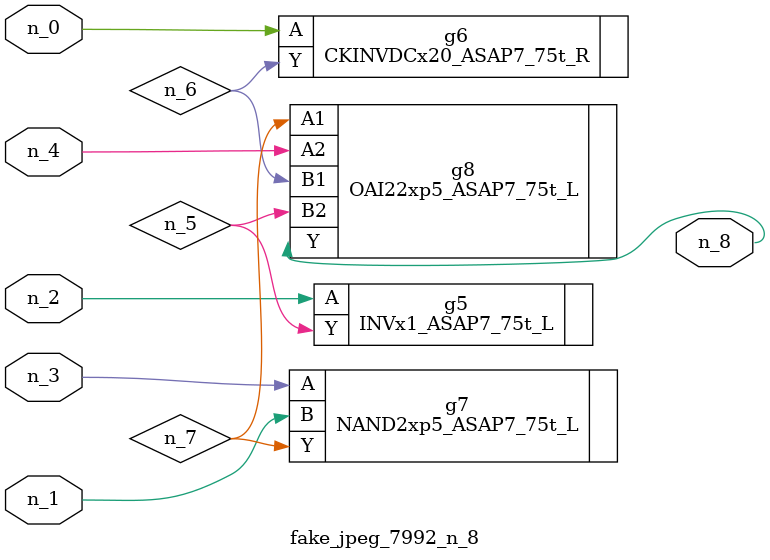
<source format=v>
module fake_jpeg_7992_n_8 (n_3, n_2, n_1, n_0, n_4, n_8);

input n_3;
input n_2;
input n_1;
input n_0;
input n_4;

output n_8;

wire n_6;
wire n_5;
wire n_7;

INVx1_ASAP7_75t_L g5 ( 
.A(n_2),
.Y(n_5)
);

CKINVDCx20_ASAP7_75t_R g6 ( 
.A(n_0),
.Y(n_6)
);

NAND2xp5_ASAP7_75t_L g7 ( 
.A(n_3),
.B(n_1),
.Y(n_7)
);

OAI22xp5_ASAP7_75t_L g8 ( 
.A1(n_7),
.A2(n_4),
.B1(n_6),
.B2(n_5),
.Y(n_8)
);


endmodule
</source>
